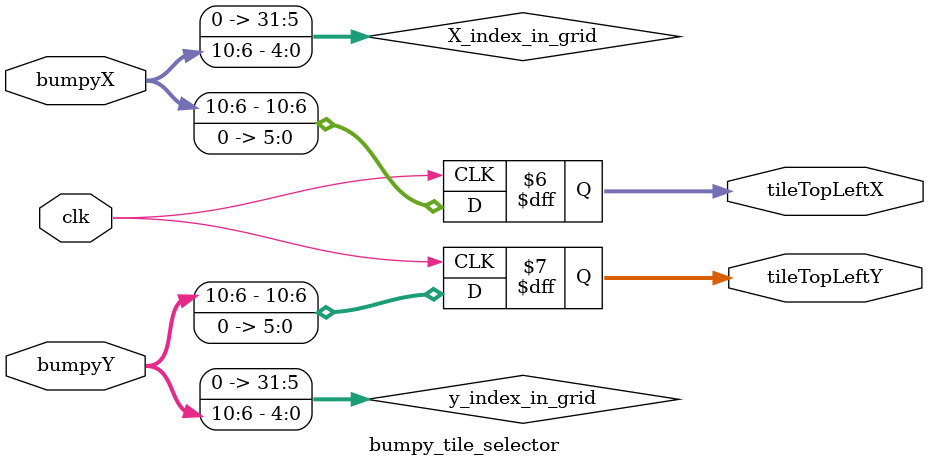
<source format=sv>

module	bumpy_tile_selector	(	
					input		logic	clk,
					input 	logic	[10:0] bumpyX,// current VGA pixel 
					input 	logic	[10:0] bumpyY,
					
					output 	logic	[10:0] tileTopLeftX, 
					output 	logic	[10:0] tileTopLeftY
);


int X_index_in_grid ;  
int y_index_in_grid ;

assign X_index_in_grid = ((bumpyX) >> 6);
assign y_index_in_grid = ((bumpyY) >> 6);


//======--------------------------------------------------------------------------------------------------------------=
always_ff@(posedge clk)
begin
		tileTopLeftX	<= ((X_index_in_grid)<<6); //calculate relative offsets from top left corner of the brick
		tileTopLeftY	<= ((y_index_in_grid)<<6); //calculate relative offsets from top left corner of the brick
end 
endmodule 

</source>
